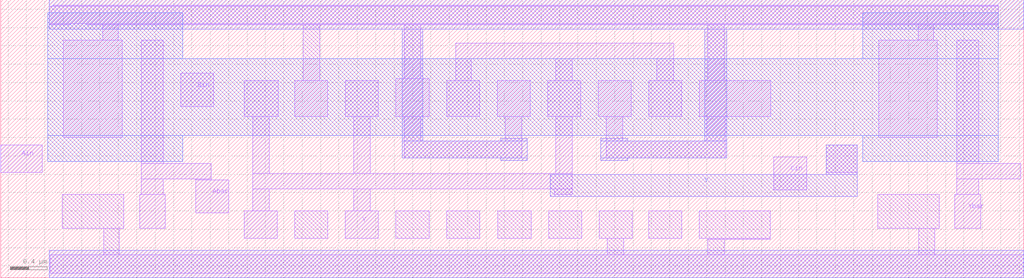
<source format=lef>
VERSION 5.7 ;
  NOWIREEXTENSIONATPIN ON ;
  DIVIDERCHAR "/" ;
  BUSBITCHARS "[]" ;
MACRO 3_input_NAND_wload
  CLASS BLOCK ;
  FOREIGN 3_input_NAND_wload ;
  ORIGIN 7.480 -0.270 ;
  SIZE 11.130 BY 3.030 ;
  PIN Ain
    ANTENNAGATEAREA 0.252000 ;
    PORT
      LAYER li1 ;
        RECT -7.480 1.420 -7.030 1.720 ;
    END
  END Ain
  PIN Abar
    ANTENNAGATEAREA 0.378000 ;
    ANTENNADIFFAREA 0.504000 ;
    PORT
      LAYER li1 ;
        RECT -5.950 1.520 -5.710 2.860 ;
        RECT -5.950 1.350 -5.190 1.520 ;
        RECT -5.950 1.180 -5.710 1.350 ;
        RECT -5.360 1.340 -5.190 1.350 ;
        RECT -5.970 0.810 -5.690 1.180 ;
        RECT -5.360 0.980 -5.000 1.340 ;
    END
  END Abar
  PIN Bin
    ANTENNAGATEAREA 0.378000 ;
    PORT
      LAYER li1 ;
        RECT -5.520 2.140 -5.160 2.500 ;
    END
  END Bin
  PIN Cin
    ANTENNAGATEAREA 0.378000 ;
    PORT
      LAYER li1 ;
        RECT 0.930 1.230 1.290 1.590 ;
    END
  END Cin
  PIN Y
    ANTENNAGATEAREA 0.252000 ;
    ANTENNADIFFAREA 1.176000 ;
    PORT
      LAYER li1 ;
        RECT -2.530 2.660 -0.160 2.830 ;
        RECT -2.530 2.420 -2.360 2.660 ;
        RECT -1.440 2.420 -1.260 2.660 ;
        RECT -0.340 2.420 -0.160 2.660 ;
        RECT -4.830 2.030 -4.460 2.420 ;
        RECT -3.730 2.030 -3.370 2.420 ;
        RECT -2.630 2.030 -2.270 2.420 ;
        RECT -1.530 2.030 -1.170 2.420 ;
        RECT -0.430 2.030 -0.070 2.420 ;
        RECT -4.740 1.410 -4.560 2.030 ;
        RECT -3.640 1.410 -3.460 2.030 ;
        RECT -1.440 1.410 -1.260 2.030 ;
        RECT 1.500 1.420 1.840 1.720 ;
        RECT -4.740 1.240 -1.260 1.410 ;
        RECT -4.740 1.000 -4.560 1.240 ;
        RECT -3.640 1.000 -3.460 1.240 ;
        RECT -1.460 1.180 -1.260 1.240 ;
        RECT -4.830 0.700 -4.470 1.000 ;
        RECT -3.730 0.700 -3.370 1.000 ;
      LAYER met1 ;
        RECT 1.500 1.400 1.840 1.720 ;
        RECT -1.500 1.160 1.840 1.400 ;
    END
  END Y
  PIN Ybar
    ANTENNADIFFAREA 0.504000 ;
    PORT
      LAYER li1 ;
        RECT 2.920 1.520 3.160 2.860 ;
        RECT 2.920 1.350 3.620 1.520 ;
        RECT 2.920 1.180 3.160 1.350 ;
        RECT 2.900 0.810 3.180 1.180 ;
    END
  END Ybar
  OBS
      LAYER nwell ;
        RECT -6.970 2.660 -5.500 3.160 ;
        RECT 1.900 2.660 3.370 3.160 ;
        RECT -6.970 1.820 3.370 2.660 ;
        RECT -6.970 1.540 -5.500 1.820 ;
        RECT 1.900 1.540 3.370 1.820 ;
      LAYER li1 ;
        RECT -6.910 3.230 3.370 3.240 ;
        RECT -6.950 3.040 3.370 3.230 ;
        RECT -6.950 3.030 -6.720 3.040 ;
        RECT -6.550 3.030 3.370 3.040 ;
        RECT -6.370 2.860 -6.200 3.030 ;
        RECT -6.800 1.800 -6.160 2.860 ;
        RECT -4.190 2.420 -4.010 3.030 ;
        RECT -3.090 2.440 -2.910 3.030 ;
        RECT -4.280 2.030 -3.920 2.420 ;
        RECT -3.180 2.030 -2.820 2.440 ;
        RECT 0.210 2.420 0.390 3.030 ;
        RECT 2.500 2.860 2.670 3.030 ;
        RECT -2.080 2.030 -1.720 2.420 ;
        RECT -0.980 2.030 -0.620 2.420 ;
        RECT 0.120 2.030 0.900 2.420 ;
        RECT -3.090 1.760 -2.910 2.030 ;
        RECT -1.990 1.760 -1.810 2.030 ;
        RECT -3.090 1.580 -1.810 1.760 ;
        RECT -0.890 1.760 -0.710 2.030 ;
        RECT 0.200 1.760 0.400 2.030 ;
        RECT 2.070 1.800 2.710 2.860 ;
        RECT -0.890 1.580 0.400 1.760 ;
        RECT -6.810 0.810 -6.140 1.180 ;
        RECT -6.360 0.520 -6.190 0.810 ;
        RECT -4.280 0.700 -3.920 1.000 ;
        RECT -3.180 0.700 -2.820 1.000 ;
        RECT -2.630 0.700 -2.270 1.000 ;
        RECT -2.070 0.700 -1.710 1.000 ;
        RECT -1.520 0.700 -1.160 1.000 ;
        RECT -0.970 0.700 -0.610 1.000 ;
        RECT -0.430 0.700 -0.070 1.000 ;
        RECT 0.120 0.700 0.890 1.000 ;
        RECT 2.060 0.810 2.730 1.180 ;
        RECT -0.880 0.520 -0.700 0.700 ;
        RECT 0.210 0.690 0.890 0.700 ;
        RECT 0.210 0.520 0.390 0.690 ;
        RECT 2.510 0.520 2.680 0.810 ;
        RECT -6.940 0.320 3.650 0.520 ;
      LAYER met1 ;
        RECT -6.950 2.980 3.650 3.300 ;
        RECT -3.110 1.760 -2.890 2.980 ;
        RECT -2.040 1.760 -1.750 1.790 ;
        RECT -3.110 1.580 -1.750 1.760 ;
        RECT -2.040 1.550 -1.750 1.580 ;
        RECT -0.950 1.760 -0.660 1.790 ;
        RECT 0.180 1.760 0.420 2.980 ;
        RECT -0.950 1.580 0.420 1.760 ;
        RECT -0.950 1.550 -0.660 1.580 ;
        RECT -6.950 0.270 3.650 0.570 ;
  END
END 3_input_NAND_wload
END LIBRARY


</source>
